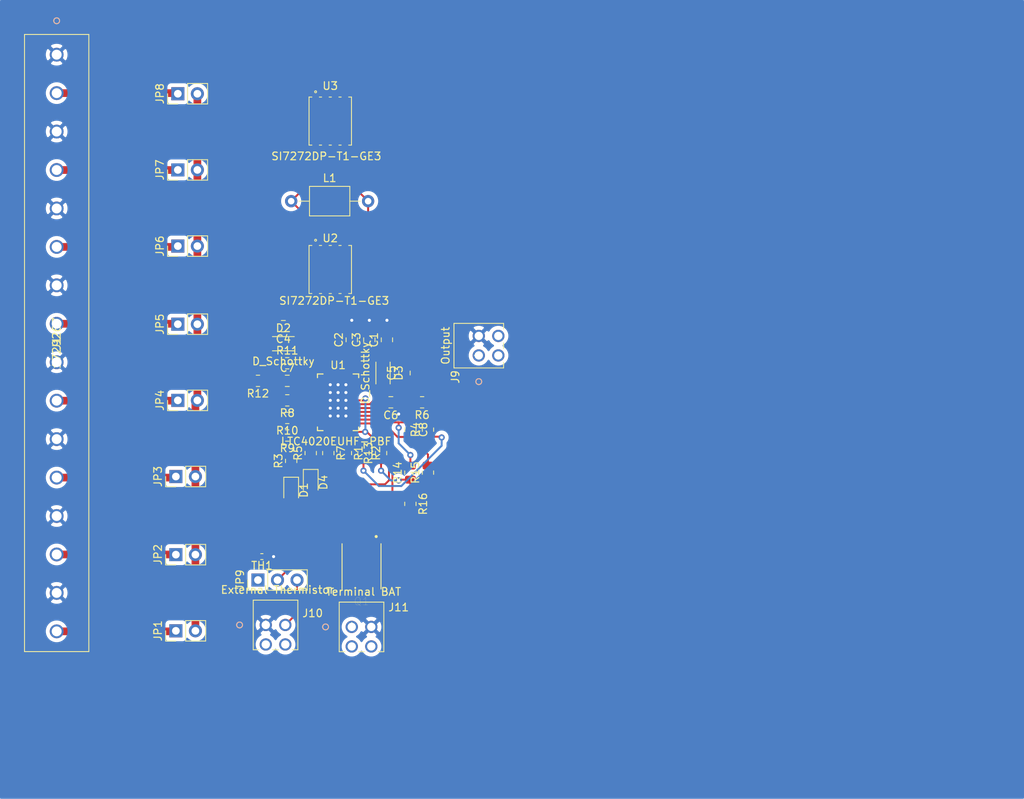
<source format=kicad_pcb>
(kicad_pcb (version 20171130) (host pcbnew "(5.1.10)-1")
  (layers (0 F.Cu signal) (31 B.Cu signal) (34 B.Paste user) (35 F.Paste user) (36 B.SilkS user) (37 F.SilkS user hide) (38 B.Mask user) (39 F.Mask user) (44 Edge.Cuts user))
  (net 0 "")
  (net 1 GND)
  (net 2 "/EPS Battery Charger/Vout")
  (net 3 "/EPS Battery Charger/SW1")
  (net 4 "/EPS Battery Charger/BST1")
  (net 5 "/EPS Battery Charger/SW2")
  (net 6 "/EPS Battery Charger/BST2")
  (net 7 "Net-(C6-Pad2)")
  (net 8 "/EPS Battery Charger/SENSBOT")
  (net 9 "/EPS Battery Charger/CSN")
  (net 10 "/EPS Battery Charger/CSP")
  (net 11 "/EPS Battery Charger/Vin")
  (net 12 "Net-(D1-Pad1)")
  (net 13 "/EPS Battery Charger/INTVCC")
  (net 14 "Net-(D4-Pad1)")
  (net 15 "Net-(J1-Pad2)")
  (net 16 "Net-(J10-Pad2)")
  (net 17 "/EPS Battery Charger/BAT")
  (net 18 "/EPS Battery Charger/NTC")
  (net 19 "Net-(JP9-Pad1)")
  (net 20 "/EPS Battery Charger/BGATE")
  (net 21 "Net-(Q1-Pad1)")
  (net 22 "/EPS Battery Charger/VFB")
  (net 23 "/EPS Battery Charger/FBG")
  (net 24 "/EPS Battery Charger/CHARGING")
  (net 25 "/EPS Battery Charger/FAULT")
  (net 26 "/EPS Battery Charger/ILIMIT")
  (net 27 "Net-(R7-Pad1)")
  (net 28 "Net-(R10-Pad1)")
  (net 29 "Net-(R9-Pad1)")
  (net 30 "/EPS Battery Charger/SENSTOP")
  (net 31 "/EPS Battery Charger/VFBMAX")
  (net 32 "/EPS Battery Charger/BG1")
  (net 33 "/EPS Battery Charger/BG2")
  (net 34 "/EPS Battery Charger/TG2")
  (net 35 "Net-(U1-Pad29)")
  (net 36 "Net-(U1-Pad28)")
  (net 37 "Net-(U1-Pad27)")
  (net 38 "/EPS Battery Charger/TG1")
  (net 39 "Net-(U2-Pad8)")
  (net 40 "Net-(J1-Pad16)")
  (net 41 "Net-(J1-Pad14)")
  (net 42 "Net-(J1-Pad12)")
  (net 43 "Net-(J1-Pad10)")
  (net 44 "Net-(J1-Pad8)")
  (net 45 "Net-(J1-Pad6)")
  (net 46 "Net-(J1-Pad4)")
  (module Capacitor_SMD:C_0805_2012Metric (layer F.Cu) (at 105.41 78.74 180)
    (fp_text reference C6 (at 0 -1.68) (layer F.SilkS))
    (fp_text value C)
    (pad 2 smd roundrect (at 0.95 0 180) (size 1 1.45) (layers F.Cu F.Paste F.Mask) (net 7 "Net-(C6-Pad2)"))
    (pad 1 smd roundrect (at -0.95 0 180) (size 1 1.45) (layers F.Cu F.Paste F.Mask) (net 1 GND))
  )
  (module footprints:RB168MM-40TFTR (layer F.Cu) (at 104.394 74.93 90)
    (fp_text reference D3 (at 0 2.032 90) (layer F.SilkS))
    (fp_text value D_Schottky (at 0 -2.286 90) (layer F.SilkS))
    (pad 2 smd rect (at 1.4732 0 90) (size 1.0922 0.9906) (layers F.Cu F.Paste F.Mask) (net 13 "/EPS Battery Charger/INTVCC"))
    (pad 1 smd rect (at -1.4732 0 90) (size 1.0922 0.9906) (layers F.Cu F.Paste F.Mask) (net 6 "/EPS Battery Charger/BST2"))
  )
  (module footprints:RB168MM-40TFTR (layer F.Cu) (at 91.44 71.12 180)
    (fp_text reference D2 (at 0 2.032) (layer F.SilkS))
    (fp_text value D_Schottky (at 0 -2.286) (layer F.SilkS))
    (pad 2 smd rect (at 1.4732 0 180) (size 1.0922 0.9906) (layers F.Cu F.Paste F.Mask) (net 13 "/EPS Battery Charger/INTVCC"))
    (pad 1 smd rect (at -1.4732 0 180) (size 1.0922 0.9906) (layers F.Cu F.Paste F.Mask) (net 4 "/EPS Battery Charger/BST1"))
  )
  (module footprints:SI7272DP-T1-GE3 (layer F.Cu) (at 97.536 42.164 90)
    (fp_text reference U3 (at 4.572 0 180) (layer F.SilkS))
    (fp_text value SI7272DP-T1-GE3 (at -4.572 -0.508 180) (layer F.SilkS))
    (fp_poly (pts (xy -3.1256 -2.0574) (xy -2.4144 -2.0574) (xy -2.414397 -1.9562) (xy 1.421003 -1.9562) (xy 1.421003 -0.2798) (xy -2.414397 -0.2798) (xy -2.4144 -0.4826) (xy -3.1256 -0.4826) (xy -3.1256 -0.7874) (xy -2.4144 -0.7874) (xy -2.4144 -1.7526) (xy -3.1256 -1.7526)) (layer F.Cu) (width 0.1))
    (fp_poly (pts (xy -2.4144 2.0574) (xy -3.1256 2.0574) (xy -3.1256 1.7526) (xy -2.4144 1.7526) (xy -2.4144 0.7874) (xy -3.1256 0.7874) (xy -3.1256 0.4826) (xy -2.4144 0.4826) (xy -2.414397 0.2798) (xy 1.421003 0.2798) (xy 1.421003 1.9562) (xy -2.414397 1.9562)) (layer F.Cu) (width 0.1))
    (pad 1 smd rect (at 2.77 -1.905 90) (size 0.7112 0.3048) (layers F.Cu F.Paste F.Mask) (net 8 "/EPS Battery Charger/SENSBOT"))
    (pad 2 smd rect (at 2.77 -0.635 90) (size 0.7112 0.3048) (layers F.Cu F.Paste F.Mask) (net 32 "/EPS Battery Charger/BG1"))
    (pad 3 smd rect (at 2.77 0.635 90) (size 0.7112 0.3048) (layers F.Cu F.Paste F.Mask) (net 1 GND))
    (pad 4 smd rect (at 2.77 1.905 90) (size 0.7112 0.3048) (layers F.Cu F.Paste F.Mask) (net 33 "/EPS Battery Charger/BG2"))
    (pad 5 smd rect (at -2.77 1.905 90) (size 0.7112 0.3048) (layers F.Cu F.Paste F.Mask) (net 5 "/EPS Battery Charger/SW2"))
    (pad 6 smd rect (at -2.77 0.635 90) (size 0.7112 0.3048) (layers F.Cu F.Paste F.Mask) (net 5 "/EPS Battery Charger/SW2"))
    (pad 7 smd rect (at -2.77 -0.635 90) (size 0.7112 0.3048) (layers F.Cu F.Paste F.Mask) (net 3 "/EPS Battery Charger/SW1"))
    (pad 8 smd rect (at -2.77 -1.905 90) (size 0.7112 0.3048) (layers F.Cu F.Paste F.Mask) (net 3 "/EPS Battery Charger/SW1"))
  )
  (module footprints:SI7272DP-T1-GE3 (layer F.Cu) (at 97.536 61.468 90)
    (fp_text reference U2 (at 4.064 0 180) (layer F.SilkS))
    (fp_text value SI7272DP-T1-GE3 (at -4.064 0.508 180) (layer F.SilkS))
    (fp_poly (pts (xy -3.1256 -2.0574) (xy -2.4144 -2.0574) (xy -2.414397 -1.9562) (xy 1.421003 -1.9562) (xy 1.421003 -0.2798) (xy -2.414397 -0.2798) (xy -2.4144 -0.4826) (xy -3.1256 -0.4826) (xy -3.1256 -0.7874) (xy -2.4144 -0.7874) (xy -2.4144 -1.7526) (xy -3.1256 -1.7526)) (layer F.Cu) (width 0.1))
    (fp_poly (pts (xy -2.4144 2.0574) (xy -3.1256 2.0574) (xy -3.1256 1.7526) (xy -2.4144 1.7526) (xy -2.4144 0.7874) (xy -3.1256 0.7874) (xy -3.1256 0.4826) (xy -2.4144 0.4826) (xy -2.414397 0.2798) (xy 1.421003 0.2798) (xy 1.421003 1.9562) (xy -2.414397 1.9562)) (layer F.Cu) (width 0.1))
    (pad 1 smd rect (at 2.77 -1.905 90) (size 0.7112 0.3048) (layers F.Cu F.Paste F.Mask) (net 3 "/EPS Battery Charger/SW1"))
    (pad 2 smd rect (at 2.77 -0.635 90) (size 0.7112 0.3048) (layers F.Cu F.Paste F.Mask) (net 38 "/EPS Battery Charger/TG1"))
    (pad 3 smd rect (at 2.77 0.635 90) (size 0.7112 0.3048) (layers F.Cu F.Paste F.Mask) (net 5 "/EPS Battery Charger/SW2"))
    (pad 4 smd rect (at 2.77 1.905 90) (size 0.7112 0.3048) (layers F.Cu F.Paste F.Mask) (net 34 "/EPS Battery Charger/TG2"))
    (pad 5 smd rect (at -2.77 1.905 90) (size 0.7112 0.3048) (layers F.Cu F.Paste F.Mask) (net 2 "/EPS Battery Charger/Vout"))
    (pad 6 smd rect (at -2.77 0.635 90) (size 0.7112 0.3048) (layers F.Cu F.Paste F.Mask) (net 2 "/EPS Battery Charger/Vout"))
    (pad 7 smd rect (at -2.77 -0.635 90) (size 0.7112 0.3048) (layers F.Cu F.Paste F.Mask) (net 30 "/EPS Battery Charger/SENSTOP"))
    (pad 8 smd rect (at -2.77 -1.905 90) (size 0.7112 0.3048) (layers F.Cu F.Paste F.Mask) (net 39 "Net-(U2-Pad8)"))
  )
  (module Inductor_THT:L_Axial_L5.0mm_D3.6mm_P10.00mm_Horizontal_Murata_BL01RN1A2A2 (layer F.Cu) (at 92.456 52.578)
    (fp_text reference L1 (at 5 -3) (layer F.SilkS))
    (fp_text value 1m)
    (pad 2 thru_hole oval (at 10 0) (size 1.6 1.6) (drill 0.85) (layers *.Cu *.Mask) (net 5 "/EPS Battery Charger/SW2"))
    (pad 1 thru_hole circle (at 0 0) (size 1.6 1.6) (drill 0.85) (layers *.Cu *.Mask) (net 3 "/EPS Battery Charger/SW1"))
  )
  (module footprints:LTC4020EUHF-PBF (layer F.Cu) (at 98.552 78.74)
    (fp_text reference U1 (at 0 -4.826) (layer F.SilkS))
    (fp_text value LTC4020EUHF-PBF (at -0.254 5.08) (layer F.SilkS))
    (pad 39 smd rect (at 0 0) (size 2.9972 5.5118) (layers F.Cu F.Paste F.Mask) (net 1 GND))
    (pad 38 smd rect (at -1.5 -3.296001) (size 0.3048 0.508) (layers F.Cu F.Paste F.Mask) (net 3 "/EPS Battery Charger/SW1"))
    (pad 37 smd rect (at -1.000001 -3.296001) (size 0.3048 0.508) (layers F.Cu F.Paste F.Mask) (net 32 "/EPS Battery Charger/BG1"))
    (pad 36 smd rect (at -0.499999 -3.296001) (size 0.3048 0.508) (layers F.Cu F.Paste F.Mask) (net 11 "/EPS Battery Charger/Vin"))
    (pad 35 smd rect (at 0 -3.296001) (size 0.3048 0.508) (layers F.Cu F.Paste F.Mask) (net 1 GND))
    (pad 34 smd rect (at 0.499999 -3.296001) (size 0.3048 0.508) (layers F.Cu F.Paste F.Mask) (net 13 "/EPS Battery Charger/INTVCC"))
    (pad 33 smd rect (at 1.000001 -3.296001) (size 0.3048 0.508) (layers F.Cu F.Paste F.Mask) (net 33 "/EPS Battery Charger/BG2"))
    (pad 32 smd rect (at 1.5 -3.296001) (size 0.3048 0.508) (layers F.Cu F.Paste F.Mask) (net 5 "/EPS Battery Charger/SW2"))
    (pad 31 smd rect (at 2.296 -2.75 90) (size 0.3048 0.508) (layers F.Cu F.Paste F.Mask) (net 34 "/EPS Battery Charger/TG2"))
    (pad 30 smd rect (at 2.296 -2.250001 90) (size 0.3048 0.508) (layers F.Cu F.Paste F.Mask) (net 6 "/EPS Battery Charger/BST2"))
    (pad 29 smd rect (at 2.296 -1.749999 90) (size 0.3048 0.508) (layers F.Cu F.Paste F.Mask) (net 35 "Net-(U1-Pad29)"))
    (pad 28 smd rect (at 2.296 -1.25 90) (size 0.3048 0.508) (layers F.Cu F.Paste F.Mask) (net 36 "Net-(U1-Pad28)"))
    (pad 27 smd rect (at 2.296 -0.750001 90) (size 0.3048 0.508) (layers F.Cu F.Paste F.Mask) (net 37 "Net-(U1-Pad27)"))
    (pad 26 smd rect (at 2.296 -0.25 90) (size 0.3048 0.508) (layers F.Cu F.Paste F.Mask) (net 31 "/EPS Battery Charger/VFBMAX"))
    (pad 25 smd rect (at 2.296 0.25 90) (size 0.3048 0.508) (layers F.Cu F.Paste F.Mask) (net 26 "/EPS Battery Charger/ILIMIT"))
    (pad 24 smd rect (at 2.296 0.750001 90) (size 0.3048 0.508) (layers F.Cu F.Paste F.Mask) (net 7 "Net-(C6-Pad2)"))
    (pad 23 smd rect (at 2.296 1.25 90) (size 0.3048 0.508) (layers F.Cu F.Paste F.Mask) (net 10 "/EPS Battery Charger/CSP"))
    (pad 22 smd rect (at 2.296 1.749999 90) (size 0.3048 0.508) (layers F.Cu F.Paste F.Mask) (net 9 "/EPS Battery Charger/CSN"))
    (pad 21 smd rect (at 2.296 2.250001 90) (size 0.3048 0.508) (layers F.Cu F.Paste F.Mask) (net 20 "/EPS Battery Charger/BGATE"))
    (pad 20 smd rect (at 2.296 2.75 90) (size 0.3048 0.508) (layers F.Cu F.Paste F.Mask) (net 17 "/EPS Battery Charger/BAT"))
    (pad 19 smd rect (at 1.5 3.296001) (size 0.3048 0.508) (layers F.Cu F.Paste F.Mask) (net 31 "/EPS Battery Charger/VFBMAX"))
    (pad 18 smd rect (at 1.000001 3.296001) (size 0.3048 0.508) (layers F.Cu F.Paste F.Mask) (net 23 "/EPS Battery Charger/FBG"))
    (pad 17 smd rect (at 0.499999 3.296001) (size 0.3048 0.508) (layers F.Cu F.Paste F.Mask) (net 22 "/EPS Battery Charger/VFB"))
    (pad 16 smd rect (at 0 3.296001) (size 0.3048 0.508) (layers F.Cu F.Paste F.Mask) (net 18 "/EPS Battery Charger/NTC"))
    (pad 15 smd rect (at -0.499999 3.296001) (size 0.3048 0.508) (layers F.Cu F.Paste F.Mask) (net 27 "Net-(R7-Pad1)"))
    (pad 14 smd rect (at -1.000001 3.296001) (size 0.3048 0.508) (layers F.Cu F.Paste F.Mask) (net 1 GND))
    (pad 13 smd rect (at -1.5 3.296001) (size 0.3048 0.508) (layers F.Cu F.Paste F.Mask) (net 25 "/EPS Battery Charger/FAULT"))
    (pad 12 smd rect (at -2.296 2.75 90) (size 0.3048 0.508) (layers F.Cu F.Paste F.Mask) (net 24 "/EPS Battery Charger/CHARGING"))
    (pad 11 smd rect (at -2.296 2.250001 90) (size 0.3048 0.508) (layers F.Cu F.Paste F.Mask) (net 1 GND))
    (pad 10 smd rect (at -2.296 1.749999 90) (size 0.3048 0.508) (layers F.Cu F.Paste F.Mask) (net 28 "Net-(R10-Pad1)"))
    (pad 9 smd rect (at -2.296 1.25 90) (size 0.3048 0.508) (layers F.Cu F.Paste F.Mask) (net 11 "/EPS Battery Charger/Vin"))
    (pad 8 smd rect (at -2.296 0.750001 90) (size 0.3048 0.508) (layers F.Cu F.Paste F.Mask) (net 29 "Net-(R9-Pad1)"))
    (pad 7 smd rect (at -2.296 0.25 90) (size 0.3048 0.508) (layers F.Cu F.Paste F.Mask) (net 11 "/EPS Battery Charger/Vin"))
    (pad 6 smd rect (at -2.296 -0.25 90) (size 0.3048 0.508) (layers F.Cu F.Paste F.Mask) (net 30 "/EPS Battery Charger/SENSTOP"))
    (pad 5 smd rect (at -2.296 -0.750001 90) (size 0.3048 0.508) (layers F.Cu F.Paste F.Mask) (net 8 "/EPS Battery Charger/SENSBOT"))
    (pad 4 smd rect (at -2.296 -1.25 90) (size 0.3048 0.508) (layers F.Cu F.Paste F.Mask) (net 1 GND))
    (pad 3 smd rect (at -2.296 -1.749999 90) (size 0.3048 0.508) (layers F.Cu F.Paste F.Mask) (net 1 GND))
    (pad 2 smd rect (at -2.296 -2.250001 90) (size 0.3048 0.508) (layers F.Cu F.Paste F.Mask) (net 4 "/EPS Battery Charger/BST1"))
    (pad 1 smd rect (at -2.296 -2.75 90) (size 0.3048 0.508) (layers F.Cu F.Paste F.Mask) (net 38 "/EPS Battery Charger/TG1"))
  )
  (module Connector_PinHeader_2.54mm:PinHeader_1x02_P2.54mm_Vertical (layer F.Cu) (at 77.724 38.608 90)
    (fp_text reference JP8 (at 0 -2.33 90) (layer F.SilkS))
    (fp_text value "SCC Jumper")
    (pad 2 thru_hole oval (at 0 2.54 90) (size 1.7 1.7) (drill 1) (layers *.Cu *.Mask) (net 11 "/EPS Battery Charger/Vin"))
    (pad 1 thru_hole rect (at 0 0 90) (size 1.7 1.7) (drill 1) (layers *.Cu *.Mask) (net 15 "Net-(J1-Pad2)"))
  )
  (module Connector_PinHeader_2.54mm:PinHeader_1x02_P2.54mm_Vertical (layer F.Cu) (at 77.724 48.514 90)
    (fp_text reference JP7 (at 0 -2.33 90) (layer F.SilkS))
    (fp_text value "SCC Jumper")
    (pad 2 thru_hole oval (at 0 2.54 90) (size 1.7 1.7) (drill 1) (layers *.Cu *.Mask) (net 11 "/EPS Battery Charger/Vin"))
    (pad 1 thru_hole rect (at 0 0 90) (size 1.7 1.7) (drill 1) (layers *.Cu *.Mask) (net 46 "Net-(J1-Pad4)"))
  )
  (module Connector_PinHeader_2.54mm:PinHeader_1x02_P2.54mm_Vertical (layer F.Cu) (at 77.724 58.42 90)
    (fp_text reference JP6 (at 0 -2.33 90) (layer F.SilkS))
    (fp_text value "SCC Jumper")
    (pad 2 thru_hole oval (at 0 2.54 90) (size 1.7 1.7) (drill 1) (layers *.Cu *.Mask) (net 11 "/EPS Battery Charger/Vin"))
    (pad 1 thru_hole rect (at 0 0 90) (size 1.7 1.7) (drill 1) (layers *.Cu *.Mask) (net 45 "Net-(J1-Pad6)"))
  )
  (module Connector_PinHeader_2.54mm:PinHeader_1x02_P2.54mm_Vertical (layer F.Cu) (at 77.724 68.58 90)
    (fp_text reference JP5 (at 0 -2.33 90) (layer F.SilkS))
    (fp_text value "SCC Jumper")
    (pad 2 thru_hole oval (at 0 2.54 90) (size 1.7 1.7) (drill 1) (layers *.Cu *.Mask) (net 11 "/EPS Battery Charger/Vin"))
    (pad 1 thru_hole rect (at 0 0 90) (size 1.7 1.7) (drill 1) (layers *.Cu *.Mask) (net 44 "Net-(J1-Pad8)"))
  )
  (module Connector_PinHeader_2.54mm:PinHeader_1x02_P2.54mm_Vertical (layer F.Cu) (at 77.724 78.486 90)
    (fp_text reference JP4 (at 0 -2.33 90) (layer F.SilkS))
    (fp_text value "SCC Jumper")
    (pad 2 thru_hole oval (at 0 2.54 90) (size 1.7 1.7) (drill 1) (layers *.Cu *.Mask) (net 11 "/EPS Battery Charger/Vin"))
    (pad 1 thru_hole rect (at 0 0 90) (size 1.7 1.7) (drill 1) (layers *.Cu *.Mask) (net 43 "Net-(J1-Pad10)"))
  )
  (module Connector_PinHeader_2.54mm:PinHeader_1x02_P2.54mm_Vertical (layer F.Cu) (at 77.47 88.392 90)
    (fp_text reference JP3 (at 0 -2.33 90) (layer F.SilkS))
    (fp_text value "SCC Jumper" hide)
    (pad 2 thru_hole oval (at 0 2.54 90) (size 1.7 1.7) (drill 1) (layers *.Cu *.Mask) (net 11 "/EPS Battery Charger/Vin"))
    (pad 1 thru_hole rect (at 0 0 90) (size 1.7 1.7) (drill 1) (layers *.Cu *.Mask) (net 42 "Net-(J1-Pad12)"))
  )
  (module Connector_PinHeader_2.54mm:PinHeader_1x02_P2.54mm_Vertical (layer F.Cu) (at 77.47 98.552 90)
    (fp_text reference JP2 (at 0 -2.33 90) (layer F.SilkS))
    (fp_text value "SCC Jumper" hide)
    (pad 2 thru_hole oval (at 0 2.54 90) (size 1.7 1.7) (drill 1) (layers *.Cu *.Mask) (net 11 "/EPS Battery Charger/Vin"))
    (pad 1 thru_hole rect (at 0 0 90) (size 1.7 1.7) (drill 1) (layers *.Cu *.Mask) (net 41 "Net-(J1-Pad14)"))
  )
  (module Connector_PinHeader_2.54mm:PinHeader_1x02_P2.54mm_Vertical (layer F.Cu) (at 77.47 108.458 90)
    (fp_text reference JP1 (at 0 -2.33 90) (layer F.SilkS))
    (fp_text value "SCC Jumper" hide)
    (pad 2 thru_hole oval (at 0 2.54 90) (size 1.7 1.7) (drill 1) (layers *.Cu *.Mask) (net 11 "/EPS Battery Charger/Vin"))
    (pad 1 thru_hole rect (at 0 0 90) (size 1.7 1.7) (drill 1) (layers *.Cu *.Mask) (net 40 "Net-(J1-Pad16)"))
  )
  (module footprints:1729267 (layer F.Cu) (at 61.976 33.528 270)
    (fp_text reference J1 (at 37.500003 0 90) (layer F.SilkS))
    (fp_text value 1729267 (at 37.500003 0 90) (layer F.SilkS))
    (fp_text user * (at 0 0 90) (layer F.SilkS))
    (pad 16 thru_hole circle (at 75.000004 0 270) (size 1.8034 1.8034) (drill 1.2954) (layers *.Cu *.Mask) (net 40 "Net-(J1-Pad16)"))
    (pad 15 thru_hole circle (at 70.000004 0 270) (size 1.8034 1.8034) (drill 1.2954) (layers *.Cu *.Mask) (net 1 GND))
    (pad 14 thru_hole circle (at 65.000003 0 270) (size 1.8034 1.8034) (drill 1.2954) (layers *.Cu *.Mask) (net 41 "Net-(J1-Pad14)"))
    (pad 13 thru_hole circle (at 60.000003 0 270) (size 1.8034 1.8034) (drill 1.2954) (layers *.Cu *.Mask) (net 1 GND))
    (pad 12 thru_hole circle (at 55.000003 0 270) (size 1.8034 1.8034) (drill 1.2954) (layers *.Cu *.Mask) (net 42 "Net-(J1-Pad12)"))
    (pad 11 thru_hole circle (at 50.000003 0 270) (size 1.8034 1.8034) (drill 1.2954) (layers *.Cu *.Mask) (net 1 GND))
    (pad 10 thru_hole circle (at 45.000003 0 270) (size 1.8034 1.8034) (drill 1.2954) (layers *.Cu *.Mask) (net 43 "Net-(J1-Pad10)"))
    (pad 9 thru_hole circle (at 40.000003 0 270) (size 1.8034 1.8034) (drill 1.2954) (layers *.Cu *.Mask) (net 1 GND))
    (pad 8 thru_hole circle (at 35.000002 0 270) (size 1.8034 1.8034) (drill 1.2954) (layers *.Cu *.Mask) (net 44 "Net-(J1-Pad8)"))
    (pad 7 thru_hole circle (at 30.000002 0 270) (size 1.8034 1.8034) (drill 1.2954) (layers *.Cu *.Mask) (net 1 GND))
    (pad 6 thru_hole circle (at 25.000002 0 270) (size 1.8034 1.8034) (drill 1.2954) (layers *.Cu *.Mask) (net 45 "Net-(J1-Pad6)"))
    (pad 5 thru_hole circle (at 20.000002 0 270) (size 1.8034 1.8034) (drill 1.2954) (layers *.Cu *.Mask) (net 1 GND))
    (pad 4 thru_hole circle (at 15.000002 0 270) (size 1.8034 1.8034) (drill 1.2954) (layers *.Cu *.Mask) (net 46 "Net-(J1-Pad4)"))
    (pad 3 thru_hole circle (at 10.000002 0 270) (size 1.8034 1.8034) (drill 1.2954) (layers *.Cu *.Mask) (net 1 GND))
    (pad 2 thru_hole circle (at 5.000001 0 270) (size 1.8034 1.8034) (drill 1.2954) (layers *.Cu *.Mask) (net 15 "Net-(J1-Pad2)"))
    (pad 1 thru_hole circle (at -0.000001 0 270) (size 1.8034 1.8034) (drill 1.2954) (layers *.Cu *.Mask) (net 1 GND))
  )
  (module Resistor_SMD:R_0402_1005Metric (layer F.Cu) (at 88.646 98.806 180)
    (fp_text reference TH1 (at 0 -1.17) (layer F.SilkS))
    (fp_text value Thermistor_NTC)
    (pad 2 smd roundrect (at 0.51 0 180) (size 0.54 0.64) (layers F.Cu F.Paste F.Mask) (net 19 "Net-(JP9-Pad1)"))
    (pad 1 smd roundrect (at -0.51 0 180) (size 0.54 0.64) (layers F.Cu F.Paste F.Mask) (net 1 GND))
  )
  (module Resistor_SMD:R_0805_2012Metric (layer F.Cu) (at 107.95 91.948 270)
    (fp_text reference R16 (at 0 -1.65 90) (layer F.SilkS))
    (fp_text value R)
    (pad 2 smd roundrect (at 0.9125 0 270) (size 1.025 1.4) (layers F.Cu F.Paste F.Mask) (roundrect_rratio 0.243902) (net 21 "Net-(Q1-Pad1)"))
    (pad 1 smd roundrect (at -0.9125 0 270) (size 1.025 1.4) (layers F.Cu F.Paste F.Mask) (roundrect_rratio 0.243902) (net 2 "/EPS Battery Charger/Vout"))
  )
  (module Resistor_SMD:R_0805_2012Metric (layer F.Cu) (at 110.236 87.884 90)
    (fp_text reference R15 (at 0 -1.65 90) (layer F.SilkS))
    (fp_text value R)
    (pad 2 smd roundrect (at 0.9125 0 90) (size 1.025 1.4) (layers F.Cu F.Paste F.Mask) (roundrect_rratio 0.243902) (net 9 "/EPS Battery Charger/CSN"))
    (pad 1 smd roundrect (at -0.9125 0 90) (size 1.025 1.4) (layers F.Cu F.Paste F.Mask) (roundrect_rratio 0.243902) (net 21 "Net-(Q1-Pad1)"))
  )
  (module Resistor_SMD:R_0805_2012Metric (layer F.Cu) (at 107.95 87.884 90)
    (fp_text reference R14 (at 0 -1.65 90) (layer F.SilkS))
    (fp_text value R)
    (pad 2 smd roundrect (at 0.9125 0 90) (size 1.025 1.4) (layers F.Cu F.Paste F.Mask) (roundrect_rratio 0.243902) (net 10 "/EPS Battery Charger/CSP"))
    (pad 1 smd roundrect (at -0.9125 0 90) (size 1.025 1.4) (layers F.Cu F.Paste F.Mask) (roundrect_rratio 0.243902) (net 2 "/EPS Battery Charger/Vout"))
  )
  (module Resistor_SMD:R_0805_2012Metric (layer F.Cu) (at 104.14 85.344 90)
    (fp_text reference R13 (at 0 -1.65 90) (layer F.SilkS))
    (fp_text value R)
    (pad 2 smd roundrect (at 0.9125 0 90) (size 1.025 1.4) (layers F.Cu F.Paste F.Mask) (roundrect_rratio 0.243902) (net 31 "/EPS Battery Charger/VFBMAX"))
    (pad 1 smd roundrect (at -0.9125 0 90) (size 1.025 1.4) (layers F.Cu F.Paste F.Mask) (roundrect_rratio 0.243902) (net 2 "/EPS Battery Charger/Vout"))
  )
  (module Resistor_SMD:R_0805_2012Metric (layer F.Cu) (at 88.138 75.946 180)
    (fp_text reference R12 (at 0 -1.65) (layer F.SilkS))
    (fp_text value R)
    (pad 2 smd roundrect (at 0.9125 0 180) (size 1.025 1.4) (layers F.Cu F.Paste F.Mask) (roundrect_rratio 0.243902) (net 1 GND))
    (pad 1 smd roundrect (at -0.9125 0 180) (size 1.025 1.4) (layers F.Cu F.Paste F.Mask) (roundrect_rratio 0.243902) (net 8 "/EPS Battery Charger/SENSBOT"))
  )
  (module Resistor_SMD:R_0805_2012Metric (layer F.Cu) (at 91.948 73.66)
    (fp_text reference R11 (at 0 -1.65) (layer F.SilkS))
    (fp_text value R)
    (pad 2 smd roundrect (at 0.9125 0) (size 1.025 1.4) (layers F.Cu F.Paste F.Mask) (roundrect_rratio 0.243902) (net 30 "/EPS Battery Charger/SENSTOP"))
    (pad 1 smd roundrect (at -0.9125 0) (size 1.025 1.4) (layers F.Cu F.Paste F.Mask) (roundrect_rratio 0.243902) (net 11 "/EPS Battery Charger/Vin"))
  )
  (module Resistor_SMD:R_0805_2012Metric (layer F.Cu) (at 91.948 80.772 180)
    (fp_text reference R10 (at 0 -1.65) (layer F.SilkS))
    (fp_text value R)
    (pad 2 smd roundrect (at 0.9125 0 180) (size 1.025 1.4) (layers F.Cu F.Paste F.Mask) (roundrect_rratio 0.243902) (net 1 GND))
    (pad 1 smd roundrect (at -0.9125 0 180) (size 1.025 1.4) (layers F.Cu F.Paste F.Mask) (roundrect_rratio 0.243902) (net 28 "Net-(R10-Pad1)"))
  )
  (module Resistor_SMD:R_0805_2012Metric (layer F.Cu) (at 91.948 83.058 180)
    (fp_text reference R9 (at 0 -1.65) (layer F.SilkS))
    (fp_text value R)
    (pad 2 smd roundrect (at 0.9125 0 180) (size 1.025 1.4) (layers F.Cu F.Paste F.Mask) (roundrect_rratio 0.243902) (net 1 GND))
    (pad 1 smd roundrect (at -0.9125 0 180) (size 1.025 1.4) (layers F.Cu F.Paste F.Mask) (roundrect_rratio 0.243902) (net 29 "Net-(R9-Pad1)"))
  )
  (module Resistor_SMD:R_0805_2012Metric (layer F.Cu) (at 91.948 78.486 180)
    (fp_text reference R8 (at 0 -1.65) (layer F.SilkS))
    (fp_text value R)
    (pad 2 smd roundrect (at 0.9125 0 180) (size 1.025 1.4) (layers F.Cu F.Paste F.Mask) (roundrect_rratio 0.243902) (net 11 "/EPS Battery Charger/Vin"))
    (pad 1 smd roundrect (at -0.9125 0 180) (size 1.025 1.4) (layers F.Cu F.Paste F.Mask) (roundrect_rratio 0.243902) (net 28 "Net-(R10-Pad1)"))
  )
  (module Resistor_SMD:R_0805_2012Metric (layer F.Cu) (at 97.282 85.344 270)
    (fp_text reference R7 (at 0 -1.65 90) (layer F.SilkS))
    (fp_text value R)
    (pad 2 smd roundrect (at 0.9125 0 270) (size 1.025 1.4) (layers F.Cu F.Paste F.Mask) (roundrect_rratio 0.243902) (net 11 "/EPS Battery Charger/Vin"))
    (pad 1 smd roundrect (at -0.9125 0 270) (size 1.025 1.4) (layers F.Cu F.Paste F.Mask) (roundrect_rratio 0.243902) (net 27 "Net-(R7-Pad1)"))
  )
  (module Resistor_SMD:R_0805_2012Metric (layer F.Cu) (at 109.474 78.74 180)
    (fp_text reference R6 (at 0 -1.65) (layer F.SilkS))
    (fp_text value R)
    (pad 2 smd roundrect (at 0.9125 0 180) (size 1.025 1.4) (layers F.Cu F.Paste F.Mask) (roundrect_rratio 0.243902) (net 26 "/EPS Battery Charger/ILIMIT"))
    (pad 1 smd roundrect (at -0.9125 0 180) (size 1.025 1.4) (layers F.Cu F.Paste F.Mask) (roundrect_rratio 0.243902) (net 11 "/EPS Battery Charger/Vin"))
  )
  (module Resistor_SMD:R_0805_2012Metric (layer F.Cu) (at 94.996 85.344 90)
    (fp_text reference R5 (at 0 -1.65 90) (layer F.SilkS))
    (fp_text value R)
    (pad 2 smd roundrect (at 0.9125 0 90) (size 1.025 1.4) (layers F.Cu F.Paste F.Mask) (roundrect_rratio 0.243902) (net 25 "/EPS Battery Charger/FAULT"))
    (pad 1 smd roundrect (at -0.9125 0 90) (size 1.025 1.4) (layers F.Cu F.Paste F.Mask) (roundrect_rratio 0.243902) (net 14 "Net-(D4-Pad1)"))
  )
  (module Resistor_SMD:R_0805_2012Metric (layer F.Cu) (at 110.236 82.296 90)
    (fp_text reference R4 (at 0 -1.65 90) (layer F.SilkS))
    (fp_text value R)
    (pad 2 smd roundrect (at 0.9125 0 90) (size 1.025 1.4) (layers F.Cu F.Paste F.Mask) (roundrect_rratio 0.243902) (net 10 "/EPS Battery Charger/CSP"))
    (pad 1 smd roundrect (at -0.9125 0 90) (size 1.025 1.4) (layers F.Cu F.Paste F.Mask) (roundrect_rratio 0.243902) (net 22 "/EPS Battery Charger/VFB"))
  )
  (module Resistor_SMD:R_0805_2012Metric (layer F.Cu) (at 92.456 86.36 90)
    (fp_text reference R3 (at 0 -1.65 90) (layer F.SilkS))
    (fp_text value R)
    (pad 2 smd roundrect (at 0.9125 0 90) (size 1.025 1.4) (layers F.Cu F.Paste F.Mask) (roundrect_rratio 0.243902) (net 24 "/EPS Battery Charger/CHARGING"))
    (pad 1 smd roundrect (at -0.9125 0 90) (size 1.025 1.4) (layers F.Cu F.Paste F.Mask) (roundrect_rratio 0.243902) (net 12 "Net-(D1-Pad1)"))
  )
  (module Resistor_SMD:R_0805_2012Metric (layer F.Cu) (at 101.854 85.344 270)
    (fp_text reference R2 (at 0 -1.65 90) (layer F.SilkS))
    (fp_text value R)
    (pad 2 smd roundrect (at 0.9125 0 270) (size 1.025 1.4) (layers F.Cu F.Paste F.Mask) (roundrect_rratio 0.243902) (net 22 "/EPS Battery Charger/VFB"))
    (pad 1 smd roundrect (at -0.9125 0 270) (size 1.025 1.4) (layers F.Cu F.Paste F.Mask) (roundrect_rratio 0.243902) (net 23 "/EPS Battery Charger/FBG"))
  )
  (module Resistor_SMD:R_0805_2012Metric (layer F.Cu) (at 99.568 85.344 270)
    (fp_text reference R1 (at 0 -1.65 90) (layer F.SilkS))
    (fp_text value R)
    (pad 2 smd roundrect (at 0.9125 0 270) (size 1.025 1.4) (layers F.Cu F.Paste F.Mask) (roundrect_rratio 0.243902) (net 17 "/EPS Battery Charger/BAT"))
    (pad 1 smd roundrect (at -0.9125 0 270) (size 1.025 1.4) (layers F.Cu F.Paste F.Mask) (roundrect_rratio 0.243902) (net 22 "/EPS Battery Charger/VFB"))
  )
  (module footprints:TRANS_SI7135DP-T1-GE3 (layer F.Cu) (at 101.6 100.076 270)
    (fp_text reference Q1 (at 4.572 0 180) (layer F.SilkS) (effects (font (thickness 0.015))))
    (fp_text value SI7135DP-T1-GE3)
    (fp_poly (pts (xy -1.215 -1.955) (xy -1.215 1.955) (xy 2.285 1.955) (xy 2.285 2.21) (xy 3.305 2.21) (xy 3.305 1.6) (xy 2.595 1.6) (xy 2.595 0.94) (xy 3.305 0.94) (xy 3.305 0.33) (xy 2.595 0.33) (xy 2.595 -0.33) (xy 3.305 -0.33) (xy 3.305 -0.94) (xy 2.595 -0.94) (xy 2.595 -1.6) (xy 3.305 -1.6) (xy 3.305 -2.21) (xy 2.285 -2.21) (xy 2.285 -1.955)) (layer F.Cu) (width 0.01))
    (pad 4 smd rect (at -2.67 1.905 270) (size 1.27 0.61) (layers F.Cu F.Paste F.Mask) (net 20 "/EPS Battery Charger/BGATE"))
    (pad 3 smd rect (at -2.67 0.635 270) (size 1.27 0.61) (layers F.Cu F.Paste F.Mask))
    (pad 2 smd rect (at -2.67 -0.635 270) (size 1.27 0.61) (layers F.Cu F.Paste F.Mask))
    (pad 1 smd rect (at -2.67 -1.905 270) (size 1.27 0.61) (layers F.Cu F.Paste F.Mask) (net 21 "Net-(Q1-Pad1)"))
    (pad 5 smd rect (at 0.5575 0 270) (size 0.5 0.5) (layers F.Cu) (net 17 "/EPS Battery Charger/BAT"))
  )
  (module Connector_PinHeader_2.54mm:PinHeader_1x03_P2.54mm_Vertical (layer F.Cu) (at 88.138 101.854 90)
    (fp_text reference JP9 (at 0 -2.33 90) (layer F.SilkS))
    (fp_text value Jumper_3_Open)
    (pad 3 thru_hole oval (at 0 5.08 90) (size 1.7 1.7) (drill 1) (layers *.Cu *.Mask) (net 16 "Net-(J10-Pad2)"))
    (pad 2 thru_hole oval (at 0 2.54 90) (size 1.7 1.7) (drill 1) (layers *.Cu *.Mask) (net 18 "/EPS Battery Charger/NTC"))
    (pad 1 thru_hole rect (at 0 0 90) (size 1.7 1.7) (drill 1) (layers *.Cu *.Mask) (net 19 "Net-(JP9-Pad1)"))
  )
  (module footprints:1725656 (layer F.Cu) (at 100.33 107.95)
    (fp_text reference J11 (at 6.096 -2.54) (layer F.SilkS))
    (fp_text value "Terminal BAT" (at 1.524 -4.572) (layer F.SilkS))
    (fp_text user * (at 0 0) (layer F.SilkS))
    (pad 4 thru_hole circle (at 2.54 2.54 90) (size 1.6002 1.6002) (drill 1.0922) (layers *.Cu *.Mask))
    (pad 3 thru_hole circle (at 0 2.54 90) (size 1.6002 1.6002) (drill 1.0922) (layers *.Cu *.Mask))
    (pad 2 thru_hole circle (at 2.54 0) (size 1.6002 1.6002) (drill 1.0922) (layers *.Cu *.Mask) (net 1 GND))
    (pad 1 thru_hole circle (at 0 0) (size 1.6002 1.6002) (drill 1.0922) (layers *.Cu *.Mask) (net 17 "/EPS Battery Charger/BAT"))
  )
  (module footprints:1725656 (layer F.Cu) (at 89.154 107.696)
    (fp_text reference J10 (at 6.096 -1.524) (layer F.SilkS))
    (fp_text value "External Thermistor" (at 1.524 -4.572) (layer F.SilkS))
    (fp_text user * (at 0 0) (layer F.SilkS))
    (pad 4 thru_hole circle (at 2.54 2.54 90) (size 1.6002 1.6002) (drill 1.0922) (layers *.Cu *.Mask))
    (pad 3 thru_hole circle (at 0 2.54 90) (size 1.6002 1.6002) (drill 1.0922) (layers *.Cu *.Mask))
    (pad 2 thru_hole circle (at 2.54 0) (size 1.6002 1.6002) (drill 1.0922) (layers *.Cu *.Mask) (net 16 "Net-(J10-Pad2)"))
    (pad 1 thru_hole circle (at 0 0) (size 1.6002 1.6002) (drill 1.0922) (layers *.Cu *.Mask) (net 1 GND))
  )
  (module footprints:1725656 (layer F.Cu) (at 116.84 72.644 90)
    (fp_text reference J9 (at -2.794 -3.048 90) (layer F.SilkS))
    (fp_text value Output (at 1.27 -4.318 90) (layer F.SilkS))
    (fp_text user * (at 0 0 90) (layer F.SilkS))
    (pad 4 thru_hole circle (at 2.54 2.54 180) (size 1.6002 1.6002) (drill 1.0922) (layers *.Cu *.Mask))
    (pad 3 thru_hole circle (at 0 2.54 180) (size 1.6002 1.6002) (drill 1.0922) (layers *.Cu *.Mask))
    (pad 2 thru_hole circle (at 2.54 0 90) (size 1.6002 1.6002) (drill 1.0922) (layers *.Cu *.Mask) (net 1 GND))
    (pad 1 thru_hole circle (at 0 0 90) (size 1.6002 1.6002) (drill 1.0922) (layers *.Cu *.Mask) (net 2 "/EPS Battery Charger/Vout"))
  )
  (module LED_SMD:LED_0805_2012Metric (layer F.Cu) (at 94.996 89.154 270)
    (fp_text reference D4 (at 0 -1.65 90) (layer F.SilkS))
    (fp_text value LED)
    (pad 2 smd roundrect (at 0.9375 0 270) (size 0.975 1.4) (layers F.Cu F.Paste F.Mask) (net 11 "/EPS Battery Charger/Vin"))
    (pad 1 smd roundrect (at -0.9375 0 270) (size 0.975 1.4) (layers F.Cu F.Paste F.Mask) (net 14 "Net-(D4-Pad1)"))
  )
  (module LED_SMD:LED_0805_2012Metric (layer F.Cu) (at 92.456 90.17 270)
    (fp_text reference D1 (at 0 -1.65 90) (layer F.SilkS))
    (fp_text value LED)
    (pad 2 smd roundrect (at 0.9375 0 270) (size 0.975 1.4) (layers F.Cu F.Paste F.Mask) (net 11 "/EPS Battery Charger/Vin"))
    (pad 1 smd roundrect (at -0.9375 0 270) (size 0.975 1.4) (layers F.Cu F.Paste F.Mask) (net 12 "Net-(D1-Pad1)"))
  )
  (module Capacitor_SMD:C_0805_2012Metric (layer F.Cu) (at 107.95 82.296 270)
    (fp_text reference C8 (at 0 -1.68 90) (layer F.SilkS))
    (fp_text value C)
    (pad 2 smd roundrect (at 0.95 0 270) (size 1 1.45) (layers F.Cu F.Paste F.Mask) (net 9 "/EPS Battery Charger/CSN"))
    (pad 1 smd roundrect (at -0.95 0 270) (size 1 1.45) (layers F.Cu F.Paste F.Mask) (net 10 "/EPS Battery Charger/CSP"))
  )
  (module Capacitor_SMD:C_0805_2012Metric (layer F.Cu) (at 91.948 75.946)
    (fp_text reference C7 (at 0 -1.68) (layer F.SilkS))
    (fp_text value C)
    (pad 2 smd roundrect (at 0.95 0) (size 1 1.45) (layers F.Cu F.Paste F.Mask) (net 8 "/EPS Battery Charger/SENSBOT"))
    (pad 1 smd roundrect (at -0.95 0) (size 1 1.45) (layers F.Cu F.Paste F.Mask) (net 1 GND))
  )
  (module Capacitor_SMD:C_0805_2012Metric (layer F.Cu) (at 107.188 74.93 90)
    (fp_text reference C5 (at 0 -1.68 90) (layer F.SilkS))
    (fp_text value C)
    (pad 2 smd roundrect (at 0.95 0 90) (size 1 1.45) (layers F.Cu F.Paste F.Mask) (net 5 "/EPS Battery Charger/SW2"))
    (pad 1 smd roundrect (at -0.95 0 90) (size 1 1.45) (layers F.Cu F.Paste F.Mask) (net 6 "/EPS Battery Charger/BST2"))
  )
  (module Capacitor_SMD:C_0805_2012Metric (layer F.Cu) (at 91.44 68.834 180)
    (fp_text reference C4 (at 0 -1.68) (layer F.SilkS))
    (fp_text value C)
    (pad 2 smd roundrect (at 0.95 0 180) (size 1 1.45) (layers F.Cu F.Paste F.Mask) (net 3 "/EPS Battery Charger/SW1"))
    (pad 1 smd roundrect (at -0.95 0 180) (size 1 1.45) (layers F.Cu F.Paste F.Mask) (net 4 "/EPS Battery Charger/BST1"))
  )
  (module Capacitor_SMD:C_0805_2012Metric (layer F.Cu) (at 102.616 70.612 90)
    (fp_text reference C3 (at 0 -1.68 90) (layer F.SilkS))
    (fp_text value CP)
    (pad 2 smd roundrect (at 0.95 0 90) (size 1 1.45) (layers F.Cu F.Paste F.Mask) (net 1 GND))
    (pad 1 smd roundrect (at -0.95 0 90) (size 1 1.45) (layers F.Cu F.Paste F.Mask) (net 2 "/EPS Battery Charger/Vout"))
  )
  (module Capacitor_SMD:C_0805_2012Metric (layer F.Cu) (at 100.33 70.612 90)
    (fp_text reference C2 (at 0 -1.68 90) (layer F.SilkS))
    (fp_text value C)
    (pad 2 smd roundrect (at 0.95 0 90) (size 1 1.45) (layers F.Cu F.Paste F.Mask) (net 1 GND))
    (pad 1 smd roundrect (at -0.95 0 90) (size 1 1.45) (layers F.Cu F.Paste F.Mask) (net 2 "/EPS Battery Charger/Vout"))
  )
  (module Capacitor_SMD:C_0805_2012Metric (layer F.Cu) (at 104.902 70.612 90)
    (fp_text reference C1 (at 0 -1.68 90) (layer F.SilkS))
    (fp_text value C)
    (pad 2 smd roundrect (at 0.95 0 90) (size 1 1.45) (layers F.Cu F.Paste F.Mask) (net 1 GND))
    (pad 1 smd roundrect (at -0.95 0 90) (size 1 1.45) (layers F.Cu F.Paste F.Mask) (net 2 "/EPS Battery Charger/Vout"))
  )
  (via (at 97.536 80.518) (size 0.8) (drill 0.4) (layers F.Cu B.Cu) (net 1))
  (via (at 97.536 79.502) (size 0.8) (drill 0.4) (layers F.Cu B.Cu) (net 1))
  (via (at 97.536 78.486) (size 0.8) (drill 0.4) (layers F.Cu B.Cu) (net 1))
  (via (at 97.536 77.47) (size 0.8) (drill 0.4) (layers F.Cu B.Cu) (net 1))
  (via (at 98.552 77.47) (size 0.8) (drill 0.4) (layers F.Cu B.Cu) (net 1))
  (via (at 98.552 78.486) (size 0.8) (drill 0.4) (layers F.Cu B.Cu) (net 1))
  (via (at 98.552 79.502) (size 0.8) (drill 0.4) (layers F.Cu B.Cu) (net 1))
  (via (at 98.552 80.518) (size 0.8) (drill 0.4) (layers F.Cu B.Cu) (net 1))
  (via (at 99.568 80.518) (size 0.8) (drill 0.4) (layers F.Cu B.Cu) (net 1))
  (via (at 99.568 79.502) (size 0.8) (drill 0.4) (layers F.Cu B.Cu) (net 1))
  (via (at 99.568 78.486) (size 0.8) (drill 0.4) (layers F.Cu B.Cu) (net 1))
  (via (at 99.568 77.47) (size 0.8) (drill 0.4) (layers F.Cu B.Cu) (net 1))
  (via (at 99.568 76.454) (size 0.8) (drill 0.4) (layers F.Cu B.Cu) (net 1))
  (via (at 98.552 76.454) (size 0.8) (drill 0.4) (layers F.Cu B.Cu) (net 1))
  (via (at 97.536 76.454) (size 0.8) (drill 0.4) (layers F.Cu B.Cu) (net 1))
  (segment (start 97.551999 80.533999) (end 97.536 80.518) (width 0.25) (layer F.Cu) (net 1))
  (segment (start 97.551999 82.036001) (end 97.551999 80.533999) (width 0.25) (layer F.Cu) (net 1))
  (via (at 90.17 98.806) (size 0.8) (drill 0.4) (layers F.Cu B.Cu) (net 1))
  (segment (start 89.156 98.806) (end 90.17 98.806) (width 0.25) (layer F.Cu) (net 1))
  (segment (start 98.552 79.198001) (end 98.552 78.74) (width 0.25) (layer F.Cu) (net 1))
  (segment (start 96.76 80.990001) (end 98.552 79.198001) (width 0.25) (layer F.Cu) (net 1))
  (segment (start 96.256 80.990001) (end 96.76 80.990001) (width 0.25) (layer F.Cu) (net 1))
  (segment (start 97.556 77.49) (end 98.552 78.486) (width 0.25) (layer F.Cu) (net 1))
  (segment (start 96.256 77.49) (end 97.556 77.49) (width 0.25) (layer F.Cu) (net 1))
  (segment (start 96.256 76.990001) (end 96.256 77.49) (width 0.25) (layer F.Cu) (net 1))
  (segment (start 96.802001 76.990001) (end 98.552 78.74) (width 0.25) (layer F.Cu) (net 1))
  (segment (start 96.256 76.990001) (end 96.802001 76.990001) (width 0.25) (layer F.Cu) (net 1))
  (segment (start 98.552 75.443999) (end 98.552 78.74) (width 0.25) (layer F.Cu) (net 1))
  (via (at 106.426 80.264) (size 0.8) (drill 0.4) (layers F.Cu B.Cu) (net 1))
  (segment (start 106.36 80.198) (end 106.426 80.264) (width 0.25) (layer F.Cu) (net 1))
  (segment (start 106.36 78.74) (end 106.36 80.198) (width 0.25) (layer F.Cu) (net 1))
  (via (at 100.33 68.072) (size 0.8) (drill 0.4) (layers F.Cu B.Cu) (net 1))
  (via (at 102.616 68.072) (size 0.8) (drill 0.4) (layers F.Cu B.Cu) (net 1))
  (via (at 104.902 68.072) (size 0.8) (drill 0.4) (layers F.Cu B.Cu) (net 1))
  (segment (start 100.33 68.072) (end 100.33 69.662) (width 1) (layer F.Cu) (net 1))
  (segment (start 102.616 68.072) (end 102.616 69.662) (width 1) (layer F.Cu) (net 1))
  (segment (start 104.902 68.072) (end 104.902 69.662) (width 1) (layer F.Cu) (net 1))
  (via (at 102.108 78.232) (size 0.8) (drill 0.4) (layers F.Cu B.Cu) (net 31))
  (via (at 106.426 88.9) (size 0.8) (drill 0.4) (layers F.Cu B.Cu) (net 2))
  (via (at 112.014 83.312) (size 0.8) (drill 0.4) (layers F.Cu B.Cu) (net 22))
  (via (at 101.854 87.63) (size 0.8) (drill 0.4) (layers F.Cu B.Cu) (net 22))
  (via (at 104.14 87.63) (size 0.8) (drill 0.4) (layers F.Cu B.Cu) (net 2))
  (segment (start 107.95 88.7965) (end 107.95 91.0355) (width 0.25) (layer F.Cu) (net 2))
  (segment (start 106.5295 88.7965) (end 106.426 88.9) (width 0.25) (layer F.Cu) (net 2))
  (segment (start 107.95 88.7965) (end 106.5295 88.7965) (width 0.25) (layer F.Cu) (net 2))
  (segment (start 104.14 86.2565) (end 104.14 87.63) (width 0.25) (layer F.Cu) (net 2))
  (segment (start 105.41 88.9) (end 104.14 87.63) (width 0.25) (layer B.Cu) (net 2))
  (segment (start 106.426 88.9) (end 105.41 88.9) (width 0.25) (layer B.Cu) (net 2))
  (segment (start 100.33 71.562) (end 102.616 71.562) (width 1) (layer F.Cu) (net 2))
  (segment (start 102.616 71.562) (end 104.902 71.562) (width 1) (layer F.Cu) (net 2))
  (via (at 106.426 82.042) (size 0.8) (drill 0.4) (layers F.Cu B.Cu) (net 10))
  (via (at 107.95 85.598) (size 0.8) (drill 0.4) (layers F.Cu B.Cu) (net 10))
  (segment (start 95.631 55.753) (end 92.456 52.578) (width 0.25) (layer F.Cu) (net 3))
  (segment (start 95.631 58.698) (end 95.631 55.753) (width 0.25) (layer F.Cu) (net 3))
  (segment (start 95.631 49.403) (end 92.456 52.578) (width 0.25) (layer F.Cu) (net 3))
  (segment (start 96.901 45.085) (end 95.631 46.355) (width 0.25) (layer F.Cu) (net 3))
  (segment (start 96.901 44.934) (end 96.901 45.085) (width 0.25) (layer F.Cu) (net 3))
  (segment (start 95.631 46.355) (end 95.631 49.403) (width 0.25) (layer F.Cu) (net 3))
  (segment (start 95.631 44.934) (end 95.631 46.355) (width 0.25) (layer F.Cu) (net 3))
  (segment (start 102.456 54.413) (end 98.171 58.698) (width 0.25) (layer F.Cu) (net 5))
  (segment (start 102.456 52.578) (end 102.456 54.413) (width 0.25) (layer F.Cu) (net 5))
  (segment (start 99.441 49.563) (end 102.456 52.578) (width 0.25) (layer F.Cu) (net 5))
  (segment (start 98.171 45.339) (end 99.441 46.609) (width 0.25) (layer F.Cu) (net 5))
  (segment (start 98.171 44.934) (end 98.171 45.339) (width 0.25) (layer F.Cu) (net 5))
  (segment (start 99.441 46.609) (end 99.441 49.563) (width 0.25) (layer F.Cu) (net 5))
  (segment (start 99.441 44.934) (end 99.441 46.609) (width 0.25) (layer F.Cu) (net 5))
  (segment (start 103.709999 79.490001) (end 104.46 78.74) (width 0.25) (layer F.Cu) (net 7))
  (segment (start 100.848 79.490001) (end 103.709999 79.490001) (width 0.25) (layer F.Cu) (net 7))
  (segment (start 106.2834 83.246) (end 107.95 83.246) (width 0.25) (layer F.Cu) (net 9))
  (segment (start 103.527399 80.489999) (end 106.2834 83.246) (width 0.25) (layer F.Cu) (net 9))
  (segment (start 100.848 80.489999) (end 103.527399 80.489999) (width 0.25) (layer F.Cu) (net 9))
  (segment (start 110.236 85.532) (end 107.95 83.246) (width 0.25) (layer F.Cu) (net 9))
  (segment (start 110.236 86.9715) (end 110.236 85.532) (width 0.25) (layer F.Cu) (net 9))
  (segment (start 110.1985 81.346) (end 110.236 81.3835) (width 0.25) (layer F.Cu) (net 10))
  (segment (start 107.95 81.346) (end 110.1985 81.346) (width 0.25) (layer F.Cu) (net 10))
  (segment (start 103.66381 79.99) (end 105.01981 81.346) (width 0.25) (layer F.Cu) (net 10))
  (segment (start 100.848 79.99) (end 103.66381 79.99) (width 0.25) (layer F.Cu) (net 10))
  (segment (start 106.426 81.412) (end 106.36 81.346) (width 0.25) (layer F.Cu) (net 10))
  (segment (start 106.36 81.346) (end 107.95 81.346) (width 0.25) (layer F.Cu) (net 10))
  (segment (start 106.426 82.042) (end 106.426 81.412) (width 0.25) (layer F.Cu) (net 10))
  (segment (start 105.01981 81.346) (end 106.36 81.346) (width 0.25) (layer F.Cu) (net 10))
  (segment (start 106.426 84.074) (end 107.95 85.598) (width 0.25) (layer B.Cu) (net 10))
  (segment (start 106.426 82.042) (end 106.426 84.074) (width 0.25) (layer B.Cu) (net 10))
  (segment (start 107.95 86.9715) (end 107.95 85.598) (width 0.25) (layer F.Cu) (net 10))
  (segment (start 80.264 38.608) (end 80.264 48.514) (width 1) (layer F.Cu) (net 11))
  (segment (start 80.264 48.514) (end 80.264 58.42) (width 1) (layer F.Cu) (net 11))
  (segment (start 80.01 108.458) (end 80.01 98.552) (width 1) (layer F.Cu) (net 11))
  (segment (start 80.01 98.552) (end 80.01 88.392) (width 1) (layer F.Cu) (net 11))
  (segment (start 80.264 58.42) (end 80.264 68.58) (width 1) (layer F.Cu) (net 11))
  (segment (start 80.01 78.74) (end 80.264 78.486) (width 1) (layer F.Cu) (net 11))
  (segment (start 80.01 88.392) (end 80.01 78.74) (width 1) (layer F.Cu) (net 11))
  (segment (start 80.264 68.58) (end 80.264 78.486) (width 1) (layer F.Cu) (net 11))
  (segment (start 77.644001 38.528001) (end 77.724 38.608) (width 1) (layer F.Cu) (net 15))
  (segment (start 61.976 38.528001) (end 77.644001 38.528001) (width 1) (layer F.Cu) (net 15))
  (segment (start 93.218 106.172) (end 91.694 107.696) (width 0.25) (layer F.Cu) (net 16))
  (segment (start 93.218 101.854) (end 93.218 106.172) (width 0.25) (layer F.Cu) (net 16))
  (segment (start 100.33 101.9035) (end 101.6 100.6335) (width 0.25) (layer F.Cu) (net 17))
  (segment (start 105.16501 83.93082) (end 105.16501 86.75718) (width 0.25) (layer F.Cu) (net 17))
  (segment (start 102.72419 81.49) (end 105.16501 83.93082) (width 0.25) (layer F.Cu) (net 17))
  (segment (start 100.848 81.49) (end 102.72419 81.49) (width 0.25) (layer F.Cu) (net 17))
  (segment (start 101.397498 100.6335) (end 101.6 100.6335) (width 0.25) (layer F.Cu) (net 17))
  (segment (start 99.064999 98.301001) (end 101.397498 100.6335) (width 0.25) (layer F.Cu) (net 17))
  (segment (start 99.064999 86.759501) (end 99.064999 98.301001) (width 0.25) (layer F.Cu) (net 17))
  (segment (start 99.568 86.2565) (end 99.064999 86.759501) (width 0.25) (layer F.Cu) (net 17))
  (segment (start 105.16501 88.89099) (end 105.16501 86.60499) (width 0.25) (layer F.Cu) (net 17))
  (segment (start 99.568 88.9) (end 100.076 89.408) (width 0.25) (layer F.Cu) (net 17))
  (segment (start 104.648 89.408) (end 105.16501 88.89099) (width 0.25) (layer F.Cu) (net 17))
  (segment (start 100.076 89.408) (end 104.648 89.408) (width 0.25) (layer F.Cu) (net 17))
  (segment (start 99.568 86.2565) (end 99.568 88.9) (width 0.25) (layer F.Cu) (net 17))
  (segment (start 98.552 82.036001) (end 98.552 83.92181) (width 0.25) (layer F.Cu) (net 18))
  (segment (start 98.54299 93.98901) (end 90.678 101.854) (width 0.25) (layer F.Cu) (net 18))
  (segment (start 98.54299 83.93082) (end 98.54299 93.98901) (width 0.25) (layer F.Cu) (net 18))
  (segment (start 98.552 83.92181) (end 98.54299 83.93082) (width 0.25) (layer F.Cu) (net 18))
  (segment (start 99.695 97.150998) (end 99.695 97.406) (width 0.25) (layer F.Cu) (net 20))
  (segment (start 105.61502 91.230978) (end 99.695 97.150998) (width 0.25) (layer F.Cu) (net 20))
  (segment (start 102.860601 80.990001) (end 105.61502 83.74442) (width 0.25) (layer F.Cu) (net 20))
  (segment (start 105.61502 83.74442) (end 105.61502 91.230978) (width 0.25) (layer F.Cu) (net 20))
  (segment (start 100.848 80.990001) (end 102.860601 80.990001) (width 0.25) (layer F.Cu) (net 20))
  (segment (start 110.236 90.5745) (end 107.95 92.8605) (width 0.25) (layer F.Cu) (net 21))
  (segment (start 110.236 88.7965) (end 110.236 90.5745) (width 0.25) (layer F.Cu) (net 21))
  (segment (start 99.051999 83.915499) (end 99.568 84.4315) (width 0.25) (layer F.Cu) (net 22))
  (segment (start 99.051999 82.036001) (end 99.051999 83.915499) (width 0.25) (layer F.Cu) (net 22))
  (segment (start 100.029 84.4315) (end 101.854 86.2565) (width 0.25) (layer F.Cu) (net 22))
  (segment (start 99.568 84.4315) (end 100.029 84.4315) (width 0.25) (layer F.Cu) (net 22))
  (segment (start 101.854 86.2565) (end 101.854 87.63) (width 0.25) (layer F.Cu) (net 22))
  (segment (start 111.9105 83.2085) (end 112.014 83.312) (width 0.25) (layer F.Cu) (net 22))
  (segment (start 110.236 83.2085) (end 111.9105 83.2085) (width 0.25) (layer F.Cu) (net 22))
  (segment (start 103.849001 89.625001) (end 101.854 87.63) (width 0.25) (layer B.Cu) (net 22))
  (segment (start 106.774001 89.625001) (end 103.849001 89.625001) (width 0.25) (layer B.Cu) (net 22))
  (segment (start 112.014 84.385002) (end 106.774001 89.625001) (width 0.25) (layer B.Cu) (net 22))
  (segment (start 112.014 83.312) (end 112.014 84.385002) (width 0.25) (layer B.Cu) (net 22))
  (segment (start 101.4435 84.4315) (end 101.854 84.4315) (width 0.25) (layer F.Cu) (net 23))
  (segment (start 99.552001 82.540001) (end 101.4435 84.4315) (width 0.25) (layer F.Cu) (net 23))
  (segment (start 99.552001 82.036001) (end 99.552001 82.540001) (width 0.25) (layer F.Cu) (net 23))
  (segment (start 94.996 84.092001) (end 97.052 82.036001) (width 0.25) (layer F.Cu) (net 25))
  (segment (start 94.996 84.4315) (end 94.996 84.092001) (width 0.25) (layer F.Cu) (net 25))
  (segment (start 103.97182 77.68999) (end 107.51149 77.68999) (width 0.25) (layer F.Cu) (net 26))
  (segment (start 107.51149 77.68999) (end 108.5615 78.74) (width 0.25) (layer F.Cu) (net 26))
  (segment (start 102.67181 78.99) (end 103.97182 77.68999) (width 0.25) (layer F.Cu) (net 26))
  (segment (start 100.848 78.99) (end 102.67181 78.99) (width 0.25) (layer F.Cu) (net 26))
  (segment (start 97.282 83.310002) (end 97.282 84.4315) (width 0.25) (layer F.Cu) (net 27))
  (segment (start 98.052001 82.540001) (end 97.282 83.310002) (width 0.25) (layer F.Cu) (net 27))
  (segment (start 98.052001 82.036001) (end 98.052001 82.540001) (width 0.25) (layer F.Cu) (net 27))
  (segment (start 102.29251 82.58401) (end 104.14 84.4315) (width 0.25) (layer F.Cu) (net 31))
  (segment (start 100.600009 82.58401) (end 102.07399 82.58401) (width 0.25) (layer F.Cu) (net 31))
  (segment (start 100.052 82.036001) (end 100.600009 82.58401) (width 0.25) (layer F.Cu) (net 31))
  (segment (start 102.07399 82.58401) (end 102.29251 82.58401) (width 0.25) (layer F.Cu) (net 31))
  (via (at 102.07399 82.58401) (size 0.8) (drill 0.4) (layers F.Cu B.Cu) (net 31))
  (segment (start 101.85 78.49) (end 102.108 78.232) (width 0.25) (layer F.Cu) (net 31))
  (segment (start 100.848 78.49) (end 101.85 78.49) (width 0.25) (layer F.Cu) (net 31))
  (segment (start 102.108 82.55) (end 102.07399 82.58401) (width 0.25) (layer B.Cu) (net 31))
  (segment (start 102.108 78.232) (end 102.108 82.55) (width 0.25) (layer B.Cu) (net 31))
  (segment (start 77.399996 108.528004) (end 77.47 108.458) (width 1) (layer F.Cu) (net 40))
  (segment (start 61.976 108.528004) (end 77.399996 108.528004) (width 1) (layer F.Cu) (net 40))
  (segment (start 77.446003 98.528003) (end 77.47 98.552) (width 1) (layer F.Cu) (net 41))
  (segment (start 61.976 98.528003) (end 77.446003 98.528003) (width 1) (layer F.Cu) (net 41))
  (segment (start 77.333997 88.528003) (end 77.47 88.392) (width 1) (layer F.Cu) (net 42))
  (segment (start 61.976 88.528003) (end 77.333997 88.528003) (width 1) (layer F.Cu) (net 42))
  (segment (start 77.681997 78.528003) (end 77.724 78.486) (width 1) (layer F.Cu) (net 43))
  (segment (start 61.976 78.528003) (end 77.681997 78.528003) (width 1) (layer F.Cu) (net 43))
  (segment (start 77.672002 68.528002) (end 77.724 68.58) (width 1) (layer F.Cu) (net 44))
  (segment (start 61.976 68.528002) (end 77.672002 68.528002) (width 1) (layer F.Cu) (net 44))
  (segment (start 77.615998 58.528002) (end 77.724 58.42) (width 1) (layer F.Cu) (net 45))
  (segment (start 61.976 58.528002) (end 77.615998 58.528002) (width 1) (layer F.Cu) (net 45))
  (segment (start 77.709998 48.528002) (end 77.724 48.514) (width 1) (layer F.Cu) (net 46))
  (segment (start 61.976 48.528002) (end 77.709998 48.528002) (width 1) (layer F.Cu) (net 46))
  (zone (net 1) (net_name GND) (layer B.Cu) (connect_pads (clearance 0.508)) (min_thickness 0.254) (fill yes (arc_segments 32) (thermal_gap 0.508) (thermal_bridge_width 0.508))
    (polygon (pts (xy 187.706 130.302) (xy 54.61 130.302) (xy 54.61 26.416) (xy 187.706 26.416)))
  )
)
</source>
